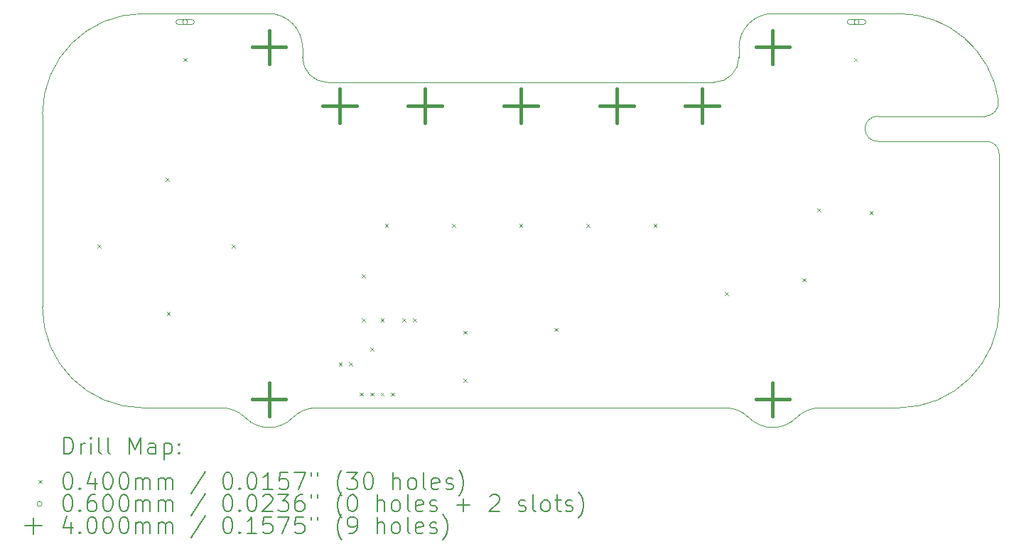
<source format=gbr>
%TF.GenerationSoftware,KiCad,Pcbnew,9.0.0*%
%TF.CreationDate,2025-06-19T17:56:10+01:00*%
%TF.ProjectId,solderbit-gamepad,736f6c64-6572-4626-9974-2d67616d6570,v0.7*%
%TF.SameCoordinates,Original*%
%TF.FileFunction,Drillmap*%
%TF.FilePolarity,Positive*%
%FSLAX45Y45*%
G04 Gerber Fmt 4.5, Leading zero omitted, Abs format (unit mm)*
G04 Created by KiCad (PCBNEW 9.0.0) date 2025-06-19 17:56:10*
%MOMM*%
%LPD*%
G01*
G04 APERTURE LIST*
%ADD10C,0.100000*%
%ADD11C,0.200000*%
%ADD12C,0.400000*%
G04 APERTURE END LIST*
D10*
X13426541Y-3656472D02*
X14928001Y-3656472D01*
X15976472Y-5180000D02*
G75*
G02*
X16126470Y-5330000I-2J-150000D01*
G01*
X6860899Y-8356472D02*
G75*
G02*
X7143741Y-8473629I1J-399998D01*
G01*
X12725000Y-4476472D02*
X8125000Y-4476472D01*
X13025069Y-4176470D02*
X13025069Y-4061472D01*
X16126472Y-5330000D02*
X16126472Y-7156472D01*
X16126472Y-7156472D02*
G75*
G02*
X14926472Y-8356472I-1200000J0D01*
G01*
X8125000Y-4476472D02*
G75*
G02*
X7825008Y-4176472I10J300002D01*
G01*
X7423536Y-3656472D02*
G75*
G02*
X7825004Y-4061472I-3546J-404998D01*
G01*
X13709427Y-8473629D02*
G75*
G02*
X13992269Y-8356468I282843J-282831D01*
G01*
X4726472Y-4856472D02*
X4726472Y-7156472D01*
X14928001Y-3656472D02*
G75*
G02*
X16116671Y-4691981I-1J-1199998D01*
G01*
X12860899Y-8356472D02*
G75*
G02*
X13143741Y-8473629I1J-399998D01*
G01*
X14676391Y-4880000D02*
X15955975Y-4879996D01*
X14676391Y-5180000D02*
G75*
G02*
X14676391Y-4880000I-1J150000D01*
G01*
X12860899Y-8356472D02*
X7993164Y-8356472D01*
X7825008Y-4176472D02*
X7825008Y-4061472D01*
X4726472Y-4856472D02*
G75*
G02*
X5926472Y-3656472I1200000J0D01*
G01*
X13993164Y-8356472D02*
X14926472Y-8356472D01*
X5926472Y-8356472D02*
X6860900Y-8356472D01*
X13025069Y-4061472D02*
G75*
G02*
X13426541Y-3656475I405011J2D01*
G01*
X5926472Y-8356472D02*
G75*
G02*
X4726472Y-7156472I0J1200000D01*
G01*
X16116531Y-4692000D02*
G75*
G02*
X15955975Y-4880283I-160551J-25690D01*
G01*
X7709427Y-8473629D02*
G75*
G02*
X7992269Y-8356471I282843J-282841D01*
G01*
X7709427Y-8473629D02*
G75*
G02*
X7143741Y-8473629I-282843J282843D01*
G01*
X13709427Y-8473629D02*
G75*
G02*
X13143741Y-8473629I-282843J282843D01*
G01*
X13025000Y-4176470D02*
G75*
G02*
X12725000Y-4476470I-300000J0D01*
G01*
X15976472Y-5180000D02*
X14676391Y-5180000D01*
X7423536Y-3656472D02*
X5926472Y-3656472D01*
D11*
D10*
X5381472Y-6411472D02*
X5421472Y-6451472D01*
X5421472Y-6411472D02*
X5381472Y-6451472D01*
X6193972Y-5611472D02*
X6233972Y-5651472D01*
X6233972Y-5611472D02*
X6193972Y-5651472D01*
X6206472Y-7211472D02*
X6246472Y-7251472D01*
X6246472Y-7211472D02*
X6206472Y-7251472D01*
X6406472Y-4186472D02*
X6446472Y-4226472D01*
X6446472Y-4186472D02*
X6406472Y-4226472D01*
X6981472Y-6411472D02*
X7021472Y-6451472D01*
X7021472Y-6411472D02*
X6981472Y-6451472D01*
X8256472Y-7811472D02*
X8296472Y-7851472D01*
X8296472Y-7811472D02*
X8256472Y-7851472D01*
X8381472Y-7811472D02*
X8421472Y-7851472D01*
X8421472Y-7811472D02*
X8381472Y-7851472D01*
X8506472Y-8173972D02*
X8546472Y-8213972D01*
X8546472Y-8173972D02*
X8506472Y-8213972D01*
X8531472Y-6761472D02*
X8571472Y-6801472D01*
X8571472Y-6761472D02*
X8531472Y-6801472D01*
X8531472Y-7286472D02*
X8571472Y-7326472D01*
X8571472Y-7286472D02*
X8531472Y-7326472D01*
X8631472Y-7636472D02*
X8671472Y-7676472D01*
X8671472Y-7636472D02*
X8631472Y-7676472D01*
X8631472Y-8173972D02*
X8671472Y-8213972D01*
X8671472Y-8173972D02*
X8631472Y-8213972D01*
X8756472Y-7286472D02*
X8796472Y-7326472D01*
X8796472Y-7286472D02*
X8756472Y-7326472D01*
X8756472Y-8173972D02*
X8796472Y-8213972D01*
X8796472Y-8173972D02*
X8756472Y-8213972D01*
X8806472Y-6161472D02*
X8846472Y-6201472D01*
X8846472Y-6161472D02*
X8806472Y-6201472D01*
X8881472Y-8173972D02*
X8921472Y-8213972D01*
X8921472Y-8173972D02*
X8881472Y-8213972D01*
X9013256Y-7286486D02*
X9053256Y-7326486D01*
X9053256Y-7286486D02*
X9013256Y-7326486D01*
X9143972Y-7286472D02*
X9183972Y-7326472D01*
X9183972Y-7286472D02*
X9143972Y-7326472D01*
X9606472Y-6161472D02*
X9646472Y-6201472D01*
X9646472Y-6161472D02*
X9606472Y-6201472D01*
X9743972Y-7436472D02*
X9783972Y-7476472D01*
X9783972Y-7436472D02*
X9743972Y-7476472D01*
X9743972Y-8011472D02*
X9783972Y-8051472D01*
X9783972Y-8011472D02*
X9743972Y-8051472D01*
X10406472Y-6161472D02*
X10446472Y-6201472D01*
X10446472Y-6161472D02*
X10406472Y-6201472D01*
X10823044Y-7403044D02*
X10863044Y-7443044D01*
X10863044Y-7403044D02*
X10823044Y-7443044D01*
X11206472Y-6161472D02*
X11246472Y-6201472D01*
X11246472Y-6161472D02*
X11206472Y-6201472D01*
X12006472Y-6161472D02*
X12046472Y-6201472D01*
X12046472Y-6161472D02*
X12006472Y-6201472D01*
X12856472Y-6973972D02*
X12896472Y-7013972D01*
X12896472Y-6973972D02*
X12856472Y-7013972D01*
X13781472Y-6811472D02*
X13821472Y-6851472D01*
X13821472Y-6811472D02*
X13781472Y-6851472D01*
X13956472Y-5973972D02*
X13996472Y-6013972D01*
X13996472Y-5973972D02*
X13956472Y-6013972D01*
X14393972Y-4186472D02*
X14433972Y-4226472D01*
X14433972Y-4186472D02*
X14393972Y-4226472D01*
X14581472Y-6011472D02*
X14621472Y-6051472D01*
X14621472Y-6011472D02*
X14581472Y-6051472D01*
X6456472Y-3756472D02*
G75*
G02*
X6396472Y-3756472I-30000J0D01*
G01*
X6396472Y-3756472D02*
G75*
G02*
X6456472Y-3756472I30000J0D01*
G01*
X6346472Y-3786472D02*
X6506472Y-3786472D01*
X6506472Y-3726472D02*
G75*
G02*
X6506472Y-3786472I0J-30000D01*
G01*
X6506472Y-3726472D02*
X6346472Y-3726472D01*
X6346472Y-3726472D02*
G75*
G03*
X6346472Y-3786472I0J-30000D01*
G01*
X14456472Y-3756472D02*
G75*
G02*
X14396472Y-3756472I-30000J0D01*
G01*
X14396472Y-3756472D02*
G75*
G02*
X14456472Y-3756472I30000J0D01*
G01*
X14346472Y-3786472D02*
X14506472Y-3786472D01*
X14506472Y-3726472D02*
G75*
G02*
X14506472Y-3786472I0J-30000D01*
G01*
X14506472Y-3726472D02*
X14346472Y-3726472D01*
X14346472Y-3726472D02*
G75*
G03*
X14346472Y-3786472I0J-30000D01*
G01*
D12*
X7426472Y-3856472D02*
X7426472Y-4256472D01*
X7226472Y-4056472D02*
X7626472Y-4056472D01*
X7426472Y-8056472D02*
X7426472Y-8456472D01*
X7226472Y-8256472D02*
X7626472Y-8256472D01*
X8267472Y-4556472D02*
X8267472Y-4956472D01*
X8067472Y-4756472D02*
X8467472Y-4756472D01*
X9283472Y-4556472D02*
X9283472Y-4956472D01*
X9083472Y-4756472D02*
X9483472Y-4756472D01*
X10426472Y-4556472D02*
X10426472Y-4956472D01*
X10226472Y-4756472D02*
X10626472Y-4756472D01*
X11569472Y-4556472D02*
X11569472Y-4956472D01*
X11369472Y-4756472D02*
X11769472Y-4756472D01*
X12585472Y-4556472D02*
X12585472Y-4956472D01*
X12385472Y-4756472D02*
X12785472Y-4756472D01*
X13426472Y-3856472D02*
X13426472Y-4256472D01*
X13226472Y-4056472D02*
X13626472Y-4056472D01*
X13426472Y-8056472D02*
X13426472Y-8456472D01*
X13226472Y-8256472D02*
X13626472Y-8256472D01*
D11*
X4982249Y-8907271D02*
X4982249Y-8707271D01*
X4982249Y-8707271D02*
X5029868Y-8707271D01*
X5029868Y-8707271D02*
X5058439Y-8716794D01*
X5058439Y-8716794D02*
X5077487Y-8735842D01*
X5077487Y-8735842D02*
X5087011Y-8754890D01*
X5087011Y-8754890D02*
X5096534Y-8792985D01*
X5096534Y-8792985D02*
X5096534Y-8821556D01*
X5096534Y-8821556D02*
X5087011Y-8859651D01*
X5087011Y-8859651D02*
X5077487Y-8878699D01*
X5077487Y-8878699D02*
X5058439Y-8897747D01*
X5058439Y-8897747D02*
X5029868Y-8907271D01*
X5029868Y-8907271D02*
X4982249Y-8907271D01*
X5182249Y-8907271D02*
X5182249Y-8773937D01*
X5182249Y-8812032D02*
X5191772Y-8792985D01*
X5191772Y-8792985D02*
X5201296Y-8783461D01*
X5201296Y-8783461D02*
X5220344Y-8773937D01*
X5220344Y-8773937D02*
X5239392Y-8773937D01*
X5306058Y-8907271D02*
X5306058Y-8773937D01*
X5306058Y-8707271D02*
X5296534Y-8716794D01*
X5296534Y-8716794D02*
X5306058Y-8726318D01*
X5306058Y-8726318D02*
X5315582Y-8716794D01*
X5315582Y-8716794D02*
X5306058Y-8707271D01*
X5306058Y-8707271D02*
X5306058Y-8726318D01*
X5429868Y-8907271D02*
X5410820Y-8897747D01*
X5410820Y-8897747D02*
X5401296Y-8878699D01*
X5401296Y-8878699D02*
X5401296Y-8707271D01*
X5534630Y-8907271D02*
X5515582Y-8897747D01*
X5515582Y-8897747D02*
X5506058Y-8878699D01*
X5506058Y-8878699D02*
X5506058Y-8707271D01*
X5763201Y-8907271D02*
X5763201Y-8707271D01*
X5763201Y-8707271D02*
X5829868Y-8850128D01*
X5829868Y-8850128D02*
X5896534Y-8707271D01*
X5896534Y-8707271D02*
X5896534Y-8907271D01*
X6077487Y-8907271D02*
X6077487Y-8802509D01*
X6077487Y-8802509D02*
X6067963Y-8783461D01*
X6067963Y-8783461D02*
X6048915Y-8773937D01*
X6048915Y-8773937D02*
X6010820Y-8773937D01*
X6010820Y-8773937D02*
X5991772Y-8783461D01*
X6077487Y-8897747D02*
X6058439Y-8907271D01*
X6058439Y-8907271D02*
X6010820Y-8907271D01*
X6010820Y-8907271D02*
X5991772Y-8897747D01*
X5991772Y-8897747D02*
X5982249Y-8878699D01*
X5982249Y-8878699D02*
X5982249Y-8859651D01*
X5982249Y-8859651D02*
X5991772Y-8840604D01*
X5991772Y-8840604D02*
X6010820Y-8831080D01*
X6010820Y-8831080D02*
X6058439Y-8831080D01*
X6058439Y-8831080D02*
X6077487Y-8821556D01*
X6172725Y-8773937D02*
X6172725Y-8973937D01*
X6172725Y-8783461D02*
X6191772Y-8773937D01*
X6191772Y-8773937D02*
X6229868Y-8773937D01*
X6229868Y-8773937D02*
X6248915Y-8783461D01*
X6248915Y-8783461D02*
X6258439Y-8792985D01*
X6258439Y-8792985D02*
X6267963Y-8812032D01*
X6267963Y-8812032D02*
X6267963Y-8869175D01*
X6267963Y-8869175D02*
X6258439Y-8888223D01*
X6258439Y-8888223D02*
X6248915Y-8897747D01*
X6248915Y-8897747D02*
X6229868Y-8907271D01*
X6229868Y-8907271D02*
X6191772Y-8907271D01*
X6191772Y-8907271D02*
X6172725Y-8897747D01*
X6353677Y-8888223D02*
X6363201Y-8897747D01*
X6363201Y-8897747D02*
X6353677Y-8907271D01*
X6353677Y-8907271D02*
X6344153Y-8897747D01*
X6344153Y-8897747D02*
X6353677Y-8888223D01*
X6353677Y-8888223D02*
X6353677Y-8907271D01*
X6353677Y-8783461D02*
X6363201Y-8792985D01*
X6363201Y-8792985D02*
X6353677Y-8802509D01*
X6353677Y-8802509D02*
X6344153Y-8792985D01*
X6344153Y-8792985D02*
X6353677Y-8783461D01*
X6353677Y-8783461D02*
X6353677Y-8802509D01*
D10*
X4681472Y-9215787D02*
X4721472Y-9255787D01*
X4721472Y-9215787D02*
X4681472Y-9255787D01*
D11*
X5020344Y-9127271D02*
X5039392Y-9127271D01*
X5039392Y-9127271D02*
X5058439Y-9136794D01*
X5058439Y-9136794D02*
X5067963Y-9146318D01*
X5067963Y-9146318D02*
X5077487Y-9165366D01*
X5077487Y-9165366D02*
X5087011Y-9203461D01*
X5087011Y-9203461D02*
X5087011Y-9251080D01*
X5087011Y-9251080D02*
X5077487Y-9289175D01*
X5077487Y-9289175D02*
X5067963Y-9308223D01*
X5067963Y-9308223D02*
X5058439Y-9317747D01*
X5058439Y-9317747D02*
X5039392Y-9327271D01*
X5039392Y-9327271D02*
X5020344Y-9327271D01*
X5020344Y-9327271D02*
X5001296Y-9317747D01*
X5001296Y-9317747D02*
X4991772Y-9308223D01*
X4991772Y-9308223D02*
X4982249Y-9289175D01*
X4982249Y-9289175D02*
X4972725Y-9251080D01*
X4972725Y-9251080D02*
X4972725Y-9203461D01*
X4972725Y-9203461D02*
X4982249Y-9165366D01*
X4982249Y-9165366D02*
X4991772Y-9146318D01*
X4991772Y-9146318D02*
X5001296Y-9136794D01*
X5001296Y-9136794D02*
X5020344Y-9127271D01*
X5172725Y-9308223D02*
X5182249Y-9317747D01*
X5182249Y-9317747D02*
X5172725Y-9327271D01*
X5172725Y-9327271D02*
X5163201Y-9317747D01*
X5163201Y-9317747D02*
X5172725Y-9308223D01*
X5172725Y-9308223D02*
X5172725Y-9327271D01*
X5353677Y-9193937D02*
X5353677Y-9327271D01*
X5306058Y-9117747D02*
X5258439Y-9260604D01*
X5258439Y-9260604D02*
X5382249Y-9260604D01*
X5496534Y-9127271D02*
X5515582Y-9127271D01*
X5515582Y-9127271D02*
X5534630Y-9136794D01*
X5534630Y-9136794D02*
X5544153Y-9146318D01*
X5544153Y-9146318D02*
X5553677Y-9165366D01*
X5553677Y-9165366D02*
X5563201Y-9203461D01*
X5563201Y-9203461D02*
X5563201Y-9251080D01*
X5563201Y-9251080D02*
X5553677Y-9289175D01*
X5553677Y-9289175D02*
X5544153Y-9308223D01*
X5544153Y-9308223D02*
X5534630Y-9317747D01*
X5534630Y-9317747D02*
X5515582Y-9327271D01*
X5515582Y-9327271D02*
X5496534Y-9327271D01*
X5496534Y-9327271D02*
X5477487Y-9317747D01*
X5477487Y-9317747D02*
X5467963Y-9308223D01*
X5467963Y-9308223D02*
X5458439Y-9289175D01*
X5458439Y-9289175D02*
X5448915Y-9251080D01*
X5448915Y-9251080D02*
X5448915Y-9203461D01*
X5448915Y-9203461D02*
X5458439Y-9165366D01*
X5458439Y-9165366D02*
X5467963Y-9146318D01*
X5467963Y-9146318D02*
X5477487Y-9136794D01*
X5477487Y-9136794D02*
X5496534Y-9127271D01*
X5687010Y-9127271D02*
X5706058Y-9127271D01*
X5706058Y-9127271D02*
X5725106Y-9136794D01*
X5725106Y-9136794D02*
X5734630Y-9146318D01*
X5734630Y-9146318D02*
X5744153Y-9165366D01*
X5744153Y-9165366D02*
X5753677Y-9203461D01*
X5753677Y-9203461D02*
X5753677Y-9251080D01*
X5753677Y-9251080D02*
X5744153Y-9289175D01*
X5744153Y-9289175D02*
X5734630Y-9308223D01*
X5734630Y-9308223D02*
X5725106Y-9317747D01*
X5725106Y-9317747D02*
X5706058Y-9327271D01*
X5706058Y-9327271D02*
X5687010Y-9327271D01*
X5687010Y-9327271D02*
X5667963Y-9317747D01*
X5667963Y-9317747D02*
X5658439Y-9308223D01*
X5658439Y-9308223D02*
X5648915Y-9289175D01*
X5648915Y-9289175D02*
X5639391Y-9251080D01*
X5639391Y-9251080D02*
X5639391Y-9203461D01*
X5639391Y-9203461D02*
X5648915Y-9165366D01*
X5648915Y-9165366D02*
X5658439Y-9146318D01*
X5658439Y-9146318D02*
X5667963Y-9136794D01*
X5667963Y-9136794D02*
X5687010Y-9127271D01*
X5839391Y-9327271D02*
X5839391Y-9193937D01*
X5839391Y-9212985D02*
X5848915Y-9203461D01*
X5848915Y-9203461D02*
X5867963Y-9193937D01*
X5867963Y-9193937D02*
X5896534Y-9193937D01*
X5896534Y-9193937D02*
X5915582Y-9203461D01*
X5915582Y-9203461D02*
X5925106Y-9222509D01*
X5925106Y-9222509D02*
X5925106Y-9327271D01*
X5925106Y-9222509D02*
X5934630Y-9203461D01*
X5934630Y-9203461D02*
X5953677Y-9193937D01*
X5953677Y-9193937D02*
X5982249Y-9193937D01*
X5982249Y-9193937D02*
X6001296Y-9203461D01*
X6001296Y-9203461D02*
X6010820Y-9222509D01*
X6010820Y-9222509D02*
X6010820Y-9327271D01*
X6106058Y-9327271D02*
X6106058Y-9193937D01*
X6106058Y-9212985D02*
X6115582Y-9203461D01*
X6115582Y-9203461D02*
X6134630Y-9193937D01*
X6134630Y-9193937D02*
X6163201Y-9193937D01*
X6163201Y-9193937D02*
X6182249Y-9203461D01*
X6182249Y-9203461D02*
X6191772Y-9222509D01*
X6191772Y-9222509D02*
X6191772Y-9327271D01*
X6191772Y-9222509D02*
X6201296Y-9203461D01*
X6201296Y-9203461D02*
X6220344Y-9193937D01*
X6220344Y-9193937D02*
X6248915Y-9193937D01*
X6248915Y-9193937D02*
X6267963Y-9203461D01*
X6267963Y-9203461D02*
X6277487Y-9222509D01*
X6277487Y-9222509D02*
X6277487Y-9327271D01*
X6667963Y-9117747D02*
X6496534Y-9374890D01*
X6925106Y-9127271D02*
X6944154Y-9127271D01*
X6944154Y-9127271D02*
X6963201Y-9136794D01*
X6963201Y-9136794D02*
X6972725Y-9146318D01*
X6972725Y-9146318D02*
X6982249Y-9165366D01*
X6982249Y-9165366D02*
X6991773Y-9203461D01*
X6991773Y-9203461D02*
X6991773Y-9251080D01*
X6991773Y-9251080D02*
X6982249Y-9289175D01*
X6982249Y-9289175D02*
X6972725Y-9308223D01*
X6972725Y-9308223D02*
X6963201Y-9317747D01*
X6963201Y-9317747D02*
X6944154Y-9327271D01*
X6944154Y-9327271D02*
X6925106Y-9327271D01*
X6925106Y-9327271D02*
X6906058Y-9317747D01*
X6906058Y-9317747D02*
X6896534Y-9308223D01*
X6896534Y-9308223D02*
X6887011Y-9289175D01*
X6887011Y-9289175D02*
X6877487Y-9251080D01*
X6877487Y-9251080D02*
X6877487Y-9203461D01*
X6877487Y-9203461D02*
X6887011Y-9165366D01*
X6887011Y-9165366D02*
X6896534Y-9146318D01*
X6896534Y-9146318D02*
X6906058Y-9136794D01*
X6906058Y-9136794D02*
X6925106Y-9127271D01*
X7077487Y-9308223D02*
X7087011Y-9317747D01*
X7087011Y-9317747D02*
X7077487Y-9327271D01*
X7077487Y-9327271D02*
X7067963Y-9317747D01*
X7067963Y-9317747D02*
X7077487Y-9308223D01*
X7077487Y-9308223D02*
X7077487Y-9327271D01*
X7210820Y-9127271D02*
X7229868Y-9127271D01*
X7229868Y-9127271D02*
X7248915Y-9136794D01*
X7248915Y-9136794D02*
X7258439Y-9146318D01*
X7258439Y-9146318D02*
X7267963Y-9165366D01*
X7267963Y-9165366D02*
X7277487Y-9203461D01*
X7277487Y-9203461D02*
X7277487Y-9251080D01*
X7277487Y-9251080D02*
X7267963Y-9289175D01*
X7267963Y-9289175D02*
X7258439Y-9308223D01*
X7258439Y-9308223D02*
X7248915Y-9317747D01*
X7248915Y-9317747D02*
X7229868Y-9327271D01*
X7229868Y-9327271D02*
X7210820Y-9327271D01*
X7210820Y-9327271D02*
X7191773Y-9317747D01*
X7191773Y-9317747D02*
X7182249Y-9308223D01*
X7182249Y-9308223D02*
X7172725Y-9289175D01*
X7172725Y-9289175D02*
X7163201Y-9251080D01*
X7163201Y-9251080D02*
X7163201Y-9203461D01*
X7163201Y-9203461D02*
X7172725Y-9165366D01*
X7172725Y-9165366D02*
X7182249Y-9146318D01*
X7182249Y-9146318D02*
X7191773Y-9136794D01*
X7191773Y-9136794D02*
X7210820Y-9127271D01*
X7467963Y-9327271D02*
X7353677Y-9327271D01*
X7410820Y-9327271D02*
X7410820Y-9127271D01*
X7410820Y-9127271D02*
X7391773Y-9155842D01*
X7391773Y-9155842D02*
X7372725Y-9174890D01*
X7372725Y-9174890D02*
X7353677Y-9184413D01*
X7648915Y-9127271D02*
X7553677Y-9127271D01*
X7553677Y-9127271D02*
X7544154Y-9222509D01*
X7544154Y-9222509D02*
X7553677Y-9212985D01*
X7553677Y-9212985D02*
X7572725Y-9203461D01*
X7572725Y-9203461D02*
X7620344Y-9203461D01*
X7620344Y-9203461D02*
X7639392Y-9212985D01*
X7639392Y-9212985D02*
X7648915Y-9222509D01*
X7648915Y-9222509D02*
X7658439Y-9241556D01*
X7658439Y-9241556D02*
X7658439Y-9289175D01*
X7658439Y-9289175D02*
X7648915Y-9308223D01*
X7648915Y-9308223D02*
X7639392Y-9317747D01*
X7639392Y-9317747D02*
X7620344Y-9327271D01*
X7620344Y-9327271D02*
X7572725Y-9327271D01*
X7572725Y-9327271D02*
X7553677Y-9317747D01*
X7553677Y-9317747D02*
X7544154Y-9308223D01*
X7725106Y-9127271D02*
X7858439Y-9127271D01*
X7858439Y-9127271D02*
X7772725Y-9327271D01*
X7925106Y-9127271D02*
X7925106Y-9165366D01*
X8001296Y-9127271D02*
X8001296Y-9165366D01*
X8296535Y-9403461D02*
X8287011Y-9393937D01*
X8287011Y-9393937D02*
X8267963Y-9365366D01*
X8267963Y-9365366D02*
X8258439Y-9346318D01*
X8258439Y-9346318D02*
X8248916Y-9317747D01*
X8248916Y-9317747D02*
X8239392Y-9270128D01*
X8239392Y-9270128D02*
X8239392Y-9232032D01*
X8239392Y-9232032D02*
X8248916Y-9184413D01*
X8248916Y-9184413D02*
X8258439Y-9155842D01*
X8258439Y-9155842D02*
X8267963Y-9136794D01*
X8267963Y-9136794D02*
X8287011Y-9108223D01*
X8287011Y-9108223D02*
X8296535Y-9098699D01*
X8353677Y-9127271D02*
X8477487Y-9127271D01*
X8477487Y-9127271D02*
X8410820Y-9203461D01*
X8410820Y-9203461D02*
X8439392Y-9203461D01*
X8439392Y-9203461D02*
X8458439Y-9212985D01*
X8458439Y-9212985D02*
X8467963Y-9222509D01*
X8467963Y-9222509D02*
X8477487Y-9241556D01*
X8477487Y-9241556D02*
X8477487Y-9289175D01*
X8477487Y-9289175D02*
X8467963Y-9308223D01*
X8467963Y-9308223D02*
X8458439Y-9317747D01*
X8458439Y-9317747D02*
X8439392Y-9327271D01*
X8439392Y-9327271D02*
X8382249Y-9327271D01*
X8382249Y-9327271D02*
X8363201Y-9317747D01*
X8363201Y-9317747D02*
X8353677Y-9308223D01*
X8601297Y-9127271D02*
X8620344Y-9127271D01*
X8620344Y-9127271D02*
X8639392Y-9136794D01*
X8639392Y-9136794D02*
X8648916Y-9146318D01*
X8648916Y-9146318D02*
X8658439Y-9165366D01*
X8658439Y-9165366D02*
X8667963Y-9203461D01*
X8667963Y-9203461D02*
X8667963Y-9251080D01*
X8667963Y-9251080D02*
X8658439Y-9289175D01*
X8658439Y-9289175D02*
X8648916Y-9308223D01*
X8648916Y-9308223D02*
X8639392Y-9317747D01*
X8639392Y-9317747D02*
X8620344Y-9327271D01*
X8620344Y-9327271D02*
X8601297Y-9327271D01*
X8601297Y-9327271D02*
X8582249Y-9317747D01*
X8582249Y-9317747D02*
X8572725Y-9308223D01*
X8572725Y-9308223D02*
X8563201Y-9289175D01*
X8563201Y-9289175D02*
X8553678Y-9251080D01*
X8553678Y-9251080D02*
X8553678Y-9203461D01*
X8553678Y-9203461D02*
X8563201Y-9165366D01*
X8563201Y-9165366D02*
X8572725Y-9146318D01*
X8572725Y-9146318D02*
X8582249Y-9136794D01*
X8582249Y-9136794D02*
X8601297Y-9127271D01*
X8906059Y-9327271D02*
X8906059Y-9127271D01*
X8991773Y-9327271D02*
X8991773Y-9222509D01*
X8991773Y-9222509D02*
X8982249Y-9203461D01*
X8982249Y-9203461D02*
X8963201Y-9193937D01*
X8963201Y-9193937D02*
X8934630Y-9193937D01*
X8934630Y-9193937D02*
X8915582Y-9203461D01*
X8915582Y-9203461D02*
X8906059Y-9212985D01*
X9115582Y-9327271D02*
X9096535Y-9317747D01*
X9096535Y-9317747D02*
X9087011Y-9308223D01*
X9087011Y-9308223D02*
X9077487Y-9289175D01*
X9077487Y-9289175D02*
X9077487Y-9232032D01*
X9077487Y-9232032D02*
X9087011Y-9212985D01*
X9087011Y-9212985D02*
X9096535Y-9203461D01*
X9096535Y-9203461D02*
X9115582Y-9193937D01*
X9115582Y-9193937D02*
X9144154Y-9193937D01*
X9144154Y-9193937D02*
X9163201Y-9203461D01*
X9163201Y-9203461D02*
X9172725Y-9212985D01*
X9172725Y-9212985D02*
X9182249Y-9232032D01*
X9182249Y-9232032D02*
X9182249Y-9289175D01*
X9182249Y-9289175D02*
X9172725Y-9308223D01*
X9172725Y-9308223D02*
X9163201Y-9317747D01*
X9163201Y-9317747D02*
X9144154Y-9327271D01*
X9144154Y-9327271D02*
X9115582Y-9327271D01*
X9296535Y-9327271D02*
X9277487Y-9317747D01*
X9277487Y-9317747D02*
X9267963Y-9298699D01*
X9267963Y-9298699D02*
X9267963Y-9127271D01*
X9448916Y-9317747D02*
X9429868Y-9327271D01*
X9429868Y-9327271D02*
X9391773Y-9327271D01*
X9391773Y-9327271D02*
X9372725Y-9317747D01*
X9372725Y-9317747D02*
X9363201Y-9298699D01*
X9363201Y-9298699D02*
X9363201Y-9222509D01*
X9363201Y-9222509D02*
X9372725Y-9203461D01*
X9372725Y-9203461D02*
X9391773Y-9193937D01*
X9391773Y-9193937D02*
X9429868Y-9193937D01*
X9429868Y-9193937D02*
X9448916Y-9203461D01*
X9448916Y-9203461D02*
X9458440Y-9222509D01*
X9458440Y-9222509D02*
X9458440Y-9241556D01*
X9458440Y-9241556D02*
X9363201Y-9260604D01*
X9534630Y-9317747D02*
X9553678Y-9327271D01*
X9553678Y-9327271D02*
X9591773Y-9327271D01*
X9591773Y-9327271D02*
X9610821Y-9317747D01*
X9610821Y-9317747D02*
X9620344Y-9298699D01*
X9620344Y-9298699D02*
X9620344Y-9289175D01*
X9620344Y-9289175D02*
X9610821Y-9270128D01*
X9610821Y-9270128D02*
X9591773Y-9260604D01*
X9591773Y-9260604D02*
X9563201Y-9260604D01*
X9563201Y-9260604D02*
X9544154Y-9251080D01*
X9544154Y-9251080D02*
X9534630Y-9232032D01*
X9534630Y-9232032D02*
X9534630Y-9222509D01*
X9534630Y-9222509D02*
X9544154Y-9203461D01*
X9544154Y-9203461D02*
X9563201Y-9193937D01*
X9563201Y-9193937D02*
X9591773Y-9193937D01*
X9591773Y-9193937D02*
X9610821Y-9203461D01*
X9687011Y-9403461D02*
X9696535Y-9393937D01*
X9696535Y-9393937D02*
X9715582Y-9365366D01*
X9715582Y-9365366D02*
X9725106Y-9346318D01*
X9725106Y-9346318D02*
X9734630Y-9317747D01*
X9734630Y-9317747D02*
X9744154Y-9270128D01*
X9744154Y-9270128D02*
X9744154Y-9232032D01*
X9744154Y-9232032D02*
X9734630Y-9184413D01*
X9734630Y-9184413D02*
X9725106Y-9155842D01*
X9725106Y-9155842D02*
X9715582Y-9136794D01*
X9715582Y-9136794D02*
X9696535Y-9108223D01*
X9696535Y-9108223D02*
X9687011Y-9098699D01*
D10*
X4721472Y-9499787D02*
G75*
G02*
X4661472Y-9499787I-30000J0D01*
G01*
X4661472Y-9499787D02*
G75*
G02*
X4721472Y-9499787I30000J0D01*
G01*
D11*
X5020344Y-9391271D02*
X5039392Y-9391271D01*
X5039392Y-9391271D02*
X5058439Y-9400794D01*
X5058439Y-9400794D02*
X5067963Y-9410318D01*
X5067963Y-9410318D02*
X5077487Y-9429366D01*
X5077487Y-9429366D02*
X5087011Y-9467461D01*
X5087011Y-9467461D02*
X5087011Y-9515080D01*
X5087011Y-9515080D02*
X5077487Y-9553175D01*
X5077487Y-9553175D02*
X5067963Y-9572223D01*
X5067963Y-9572223D02*
X5058439Y-9581747D01*
X5058439Y-9581747D02*
X5039392Y-9591271D01*
X5039392Y-9591271D02*
X5020344Y-9591271D01*
X5020344Y-9591271D02*
X5001296Y-9581747D01*
X5001296Y-9581747D02*
X4991772Y-9572223D01*
X4991772Y-9572223D02*
X4982249Y-9553175D01*
X4982249Y-9553175D02*
X4972725Y-9515080D01*
X4972725Y-9515080D02*
X4972725Y-9467461D01*
X4972725Y-9467461D02*
X4982249Y-9429366D01*
X4982249Y-9429366D02*
X4991772Y-9410318D01*
X4991772Y-9410318D02*
X5001296Y-9400794D01*
X5001296Y-9400794D02*
X5020344Y-9391271D01*
X5172725Y-9572223D02*
X5182249Y-9581747D01*
X5182249Y-9581747D02*
X5172725Y-9591271D01*
X5172725Y-9591271D02*
X5163201Y-9581747D01*
X5163201Y-9581747D02*
X5172725Y-9572223D01*
X5172725Y-9572223D02*
X5172725Y-9591271D01*
X5353677Y-9391271D02*
X5315582Y-9391271D01*
X5315582Y-9391271D02*
X5296534Y-9400794D01*
X5296534Y-9400794D02*
X5287011Y-9410318D01*
X5287011Y-9410318D02*
X5267963Y-9438890D01*
X5267963Y-9438890D02*
X5258439Y-9476985D01*
X5258439Y-9476985D02*
X5258439Y-9553175D01*
X5258439Y-9553175D02*
X5267963Y-9572223D01*
X5267963Y-9572223D02*
X5277487Y-9581747D01*
X5277487Y-9581747D02*
X5296534Y-9591271D01*
X5296534Y-9591271D02*
X5334630Y-9591271D01*
X5334630Y-9591271D02*
X5353677Y-9581747D01*
X5353677Y-9581747D02*
X5363201Y-9572223D01*
X5363201Y-9572223D02*
X5372725Y-9553175D01*
X5372725Y-9553175D02*
X5372725Y-9505556D01*
X5372725Y-9505556D02*
X5363201Y-9486509D01*
X5363201Y-9486509D02*
X5353677Y-9476985D01*
X5353677Y-9476985D02*
X5334630Y-9467461D01*
X5334630Y-9467461D02*
X5296534Y-9467461D01*
X5296534Y-9467461D02*
X5277487Y-9476985D01*
X5277487Y-9476985D02*
X5267963Y-9486509D01*
X5267963Y-9486509D02*
X5258439Y-9505556D01*
X5496534Y-9391271D02*
X5515582Y-9391271D01*
X5515582Y-9391271D02*
X5534630Y-9400794D01*
X5534630Y-9400794D02*
X5544153Y-9410318D01*
X5544153Y-9410318D02*
X5553677Y-9429366D01*
X5553677Y-9429366D02*
X5563201Y-9467461D01*
X5563201Y-9467461D02*
X5563201Y-9515080D01*
X5563201Y-9515080D02*
X5553677Y-9553175D01*
X5553677Y-9553175D02*
X5544153Y-9572223D01*
X5544153Y-9572223D02*
X5534630Y-9581747D01*
X5534630Y-9581747D02*
X5515582Y-9591271D01*
X5515582Y-9591271D02*
X5496534Y-9591271D01*
X5496534Y-9591271D02*
X5477487Y-9581747D01*
X5477487Y-9581747D02*
X5467963Y-9572223D01*
X5467963Y-9572223D02*
X5458439Y-9553175D01*
X5458439Y-9553175D02*
X5448915Y-9515080D01*
X5448915Y-9515080D02*
X5448915Y-9467461D01*
X5448915Y-9467461D02*
X5458439Y-9429366D01*
X5458439Y-9429366D02*
X5467963Y-9410318D01*
X5467963Y-9410318D02*
X5477487Y-9400794D01*
X5477487Y-9400794D02*
X5496534Y-9391271D01*
X5687010Y-9391271D02*
X5706058Y-9391271D01*
X5706058Y-9391271D02*
X5725106Y-9400794D01*
X5725106Y-9400794D02*
X5734630Y-9410318D01*
X5734630Y-9410318D02*
X5744153Y-9429366D01*
X5744153Y-9429366D02*
X5753677Y-9467461D01*
X5753677Y-9467461D02*
X5753677Y-9515080D01*
X5753677Y-9515080D02*
X5744153Y-9553175D01*
X5744153Y-9553175D02*
X5734630Y-9572223D01*
X5734630Y-9572223D02*
X5725106Y-9581747D01*
X5725106Y-9581747D02*
X5706058Y-9591271D01*
X5706058Y-9591271D02*
X5687010Y-9591271D01*
X5687010Y-9591271D02*
X5667963Y-9581747D01*
X5667963Y-9581747D02*
X5658439Y-9572223D01*
X5658439Y-9572223D02*
X5648915Y-9553175D01*
X5648915Y-9553175D02*
X5639391Y-9515080D01*
X5639391Y-9515080D02*
X5639391Y-9467461D01*
X5639391Y-9467461D02*
X5648915Y-9429366D01*
X5648915Y-9429366D02*
X5658439Y-9410318D01*
X5658439Y-9410318D02*
X5667963Y-9400794D01*
X5667963Y-9400794D02*
X5687010Y-9391271D01*
X5839391Y-9591271D02*
X5839391Y-9457937D01*
X5839391Y-9476985D02*
X5848915Y-9467461D01*
X5848915Y-9467461D02*
X5867963Y-9457937D01*
X5867963Y-9457937D02*
X5896534Y-9457937D01*
X5896534Y-9457937D02*
X5915582Y-9467461D01*
X5915582Y-9467461D02*
X5925106Y-9486509D01*
X5925106Y-9486509D02*
X5925106Y-9591271D01*
X5925106Y-9486509D02*
X5934630Y-9467461D01*
X5934630Y-9467461D02*
X5953677Y-9457937D01*
X5953677Y-9457937D02*
X5982249Y-9457937D01*
X5982249Y-9457937D02*
X6001296Y-9467461D01*
X6001296Y-9467461D02*
X6010820Y-9486509D01*
X6010820Y-9486509D02*
X6010820Y-9591271D01*
X6106058Y-9591271D02*
X6106058Y-9457937D01*
X6106058Y-9476985D02*
X6115582Y-9467461D01*
X6115582Y-9467461D02*
X6134630Y-9457937D01*
X6134630Y-9457937D02*
X6163201Y-9457937D01*
X6163201Y-9457937D02*
X6182249Y-9467461D01*
X6182249Y-9467461D02*
X6191772Y-9486509D01*
X6191772Y-9486509D02*
X6191772Y-9591271D01*
X6191772Y-9486509D02*
X6201296Y-9467461D01*
X6201296Y-9467461D02*
X6220344Y-9457937D01*
X6220344Y-9457937D02*
X6248915Y-9457937D01*
X6248915Y-9457937D02*
X6267963Y-9467461D01*
X6267963Y-9467461D02*
X6277487Y-9486509D01*
X6277487Y-9486509D02*
X6277487Y-9591271D01*
X6667963Y-9381747D02*
X6496534Y-9638890D01*
X6925106Y-9391271D02*
X6944154Y-9391271D01*
X6944154Y-9391271D02*
X6963201Y-9400794D01*
X6963201Y-9400794D02*
X6972725Y-9410318D01*
X6972725Y-9410318D02*
X6982249Y-9429366D01*
X6982249Y-9429366D02*
X6991773Y-9467461D01*
X6991773Y-9467461D02*
X6991773Y-9515080D01*
X6991773Y-9515080D02*
X6982249Y-9553175D01*
X6982249Y-9553175D02*
X6972725Y-9572223D01*
X6972725Y-9572223D02*
X6963201Y-9581747D01*
X6963201Y-9581747D02*
X6944154Y-9591271D01*
X6944154Y-9591271D02*
X6925106Y-9591271D01*
X6925106Y-9591271D02*
X6906058Y-9581747D01*
X6906058Y-9581747D02*
X6896534Y-9572223D01*
X6896534Y-9572223D02*
X6887011Y-9553175D01*
X6887011Y-9553175D02*
X6877487Y-9515080D01*
X6877487Y-9515080D02*
X6877487Y-9467461D01*
X6877487Y-9467461D02*
X6887011Y-9429366D01*
X6887011Y-9429366D02*
X6896534Y-9410318D01*
X6896534Y-9410318D02*
X6906058Y-9400794D01*
X6906058Y-9400794D02*
X6925106Y-9391271D01*
X7077487Y-9572223D02*
X7087011Y-9581747D01*
X7087011Y-9581747D02*
X7077487Y-9591271D01*
X7077487Y-9591271D02*
X7067963Y-9581747D01*
X7067963Y-9581747D02*
X7077487Y-9572223D01*
X7077487Y-9572223D02*
X7077487Y-9591271D01*
X7210820Y-9391271D02*
X7229868Y-9391271D01*
X7229868Y-9391271D02*
X7248915Y-9400794D01*
X7248915Y-9400794D02*
X7258439Y-9410318D01*
X7258439Y-9410318D02*
X7267963Y-9429366D01*
X7267963Y-9429366D02*
X7277487Y-9467461D01*
X7277487Y-9467461D02*
X7277487Y-9515080D01*
X7277487Y-9515080D02*
X7267963Y-9553175D01*
X7267963Y-9553175D02*
X7258439Y-9572223D01*
X7258439Y-9572223D02*
X7248915Y-9581747D01*
X7248915Y-9581747D02*
X7229868Y-9591271D01*
X7229868Y-9591271D02*
X7210820Y-9591271D01*
X7210820Y-9591271D02*
X7191773Y-9581747D01*
X7191773Y-9581747D02*
X7182249Y-9572223D01*
X7182249Y-9572223D02*
X7172725Y-9553175D01*
X7172725Y-9553175D02*
X7163201Y-9515080D01*
X7163201Y-9515080D02*
X7163201Y-9467461D01*
X7163201Y-9467461D02*
X7172725Y-9429366D01*
X7172725Y-9429366D02*
X7182249Y-9410318D01*
X7182249Y-9410318D02*
X7191773Y-9400794D01*
X7191773Y-9400794D02*
X7210820Y-9391271D01*
X7353677Y-9410318D02*
X7363201Y-9400794D01*
X7363201Y-9400794D02*
X7382249Y-9391271D01*
X7382249Y-9391271D02*
X7429868Y-9391271D01*
X7429868Y-9391271D02*
X7448915Y-9400794D01*
X7448915Y-9400794D02*
X7458439Y-9410318D01*
X7458439Y-9410318D02*
X7467963Y-9429366D01*
X7467963Y-9429366D02*
X7467963Y-9448413D01*
X7467963Y-9448413D02*
X7458439Y-9476985D01*
X7458439Y-9476985D02*
X7344154Y-9591271D01*
X7344154Y-9591271D02*
X7467963Y-9591271D01*
X7534630Y-9391271D02*
X7658439Y-9391271D01*
X7658439Y-9391271D02*
X7591773Y-9467461D01*
X7591773Y-9467461D02*
X7620344Y-9467461D01*
X7620344Y-9467461D02*
X7639392Y-9476985D01*
X7639392Y-9476985D02*
X7648915Y-9486509D01*
X7648915Y-9486509D02*
X7658439Y-9505556D01*
X7658439Y-9505556D02*
X7658439Y-9553175D01*
X7658439Y-9553175D02*
X7648915Y-9572223D01*
X7648915Y-9572223D02*
X7639392Y-9581747D01*
X7639392Y-9581747D02*
X7620344Y-9591271D01*
X7620344Y-9591271D02*
X7563201Y-9591271D01*
X7563201Y-9591271D02*
X7544154Y-9581747D01*
X7544154Y-9581747D02*
X7534630Y-9572223D01*
X7829868Y-9391271D02*
X7791773Y-9391271D01*
X7791773Y-9391271D02*
X7772725Y-9400794D01*
X7772725Y-9400794D02*
X7763201Y-9410318D01*
X7763201Y-9410318D02*
X7744154Y-9438890D01*
X7744154Y-9438890D02*
X7734630Y-9476985D01*
X7734630Y-9476985D02*
X7734630Y-9553175D01*
X7734630Y-9553175D02*
X7744154Y-9572223D01*
X7744154Y-9572223D02*
X7753677Y-9581747D01*
X7753677Y-9581747D02*
X7772725Y-9591271D01*
X7772725Y-9591271D02*
X7810820Y-9591271D01*
X7810820Y-9591271D02*
X7829868Y-9581747D01*
X7829868Y-9581747D02*
X7839392Y-9572223D01*
X7839392Y-9572223D02*
X7848915Y-9553175D01*
X7848915Y-9553175D02*
X7848915Y-9505556D01*
X7848915Y-9505556D02*
X7839392Y-9486509D01*
X7839392Y-9486509D02*
X7829868Y-9476985D01*
X7829868Y-9476985D02*
X7810820Y-9467461D01*
X7810820Y-9467461D02*
X7772725Y-9467461D01*
X7772725Y-9467461D02*
X7753677Y-9476985D01*
X7753677Y-9476985D02*
X7744154Y-9486509D01*
X7744154Y-9486509D02*
X7734630Y-9505556D01*
X7925106Y-9391271D02*
X7925106Y-9429366D01*
X8001296Y-9391271D02*
X8001296Y-9429366D01*
X8296535Y-9667461D02*
X8287011Y-9657937D01*
X8287011Y-9657937D02*
X8267963Y-9629366D01*
X8267963Y-9629366D02*
X8258439Y-9610318D01*
X8258439Y-9610318D02*
X8248916Y-9581747D01*
X8248916Y-9581747D02*
X8239392Y-9534128D01*
X8239392Y-9534128D02*
X8239392Y-9496032D01*
X8239392Y-9496032D02*
X8248916Y-9448413D01*
X8248916Y-9448413D02*
X8258439Y-9419842D01*
X8258439Y-9419842D02*
X8267963Y-9400794D01*
X8267963Y-9400794D02*
X8287011Y-9372223D01*
X8287011Y-9372223D02*
X8296535Y-9362699D01*
X8410820Y-9391271D02*
X8429868Y-9391271D01*
X8429868Y-9391271D02*
X8448916Y-9400794D01*
X8448916Y-9400794D02*
X8458439Y-9410318D01*
X8458439Y-9410318D02*
X8467963Y-9429366D01*
X8467963Y-9429366D02*
X8477487Y-9467461D01*
X8477487Y-9467461D02*
X8477487Y-9515080D01*
X8477487Y-9515080D02*
X8467963Y-9553175D01*
X8467963Y-9553175D02*
X8458439Y-9572223D01*
X8458439Y-9572223D02*
X8448916Y-9581747D01*
X8448916Y-9581747D02*
X8429868Y-9591271D01*
X8429868Y-9591271D02*
X8410820Y-9591271D01*
X8410820Y-9591271D02*
X8391773Y-9581747D01*
X8391773Y-9581747D02*
X8382249Y-9572223D01*
X8382249Y-9572223D02*
X8372725Y-9553175D01*
X8372725Y-9553175D02*
X8363201Y-9515080D01*
X8363201Y-9515080D02*
X8363201Y-9467461D01*
X8363201Y-9467461D02*
X8372725Y-9429366D01*
X8372725Y-9429366D02*
X8382249Y-9410318D01*
X8382249Y-9410318D02*
X8391773Y-9400794D01*
X8391773Y-9400794D02*
X8410820Y-9391271D01*
X8715582Y-9591271D02*
X8715582Y-9391271D01*
X8801297Y-9591271D02*
X8801297Y-9486509D01*
X8801297Y-9486509D02*
X8791773Y-9467461D01*
X8791773Y-9467461D02*
X8772725Y-9457937D01*
X8772725Y-9457937D02*
X8744154Y-9457937D01*
X8744154Y-9457937D02*
X8725106Y-9467461D01*
X8725106Y-9467461D02*
X8715582Y-9476985D01*
X8925106Y-9591271D02*
X8906059Y-9581747D01*
X8906059Y-9581747D02*
X8896535Y-9572223D01*
X8896535Y-9572223D02*
X8887011Y-9553175D01*
X8887011Y-9553175D02*
X8887011Y-9496032D01*
X8887011Y-9496032D02*
X8896535Y-9476985D01*
X8896535Y-9476985D02*
X8906059Y-9467461D01*
X8906059Y-9467461D02*
X8925106Y-9457937D01*
X8925106Y-9457937D02*
X8953678Y-9457937D01*
X8953678Y-9457937D02*
X8972725Y-9467461D01*
X8972725Y-9467461D02*
X8982249Y-9476985D01*
X8982249Y-9476985D02*
X8991773Y-9496032D01*
X8991773Y-9496032D02*
X8991773Y-9553175D01*
X8991773Y-9553175D02*
X8982249Y-9572223D01*
X8982249Y-9572223D02*
X8972725Y-9581747D01*
X8972725Y-9581747D02*
X8953678Y-9591271D01*
X8953678Y-9591271D02*
X8925106Y-9591271D01*
X9106059Y-9591271D02*
X9087011Y-9581747D01*
X9087011Y-9581747D02*
X9077487Y-9562699D01*
X9077487Y-9562699D02*
X9077487Y-9391271D01*
X9258440Y-9581747D02*
X9239392Y-9591271D01*
X9239392Y-9591271D02*
X9201297Y-9591271D01*
X9201297Y-9591271D02*
X9182249Y-9581747D01*
X9182249Y-9581747D02*
X9172725Y-9562699D01*
X9172725Y-9562699D02*
X9172725Y-9486509D01*
X9172725Y-9486509D02*
X9182249Y-9467461D01*
X9182249Y-9467461D02*
X9201297Y-9457937D01*
X9201297Y-9457937D02*
X9239392Y-9457937D01*
X9239392Y-9457937D02*
X9258440Y-9467461D01*
X9258440Y-9467461D02*
X9267963Y-9486509D01*
X9267963Y-9486509D02*
X9267963Y-9505556D01*
X9267963Y-9505556D02*
X9172725Y-9524604D01*
X9344154Y-9581747D02*
X9363201Y-9591271D01*
X9363201Y-9591271D02*
X9401297Y-9591271D01*
X9401297Y-9591271D02*
X9420344Y-9581747D01*
X9420344Y-9581747D02*
X9429868Y-9562699D01*
X9429868Y-9562699D02*
X9429868Y-9553175D01*
X9429868Y-9553175D02*
X9420344Y-9534128D01*
X9420344Y-9534128D02*
X9401297Y-9524604D01*
X9401297Y-9524604D02*
X9372725Y-9524604D01*
X9372725Y-9524604D02*
X9353678Y-9515080D01*
X9353678Y-9515080D02*
X9344154Y-9496032D01*
X9344154Y-9496032D02*
X9344154Y-9486509D01*
X9344154Y-9486509D02*
X9353678Y-9467461D01*
X9353678Y-9467461D02*
X9372725Y-9457937D01*
X9372725Y-9457937D02*
X9401297Y-9457937D01*
X9401297Y-9457937D02*
X9420344Y-9467461D01*
X9667963Y-9515080D02*
X9820344Y-9515080D01*
X9744154Y-9591271D02*
X9744154Y-9438890D01*
X10058440Y-9410318D02*
X10067963Y-9400794D01*
X10067963Y-9400794D02*
X10087011Y-9391271D01*
X10087011Y-9391271D02*
X10134630Y-9391271D01*
X10134630Y-9391271D02*
X10153678Y-9400794D01*
X10153678Y-9400794D02*
X10163202Y-9410318D01*
X10163202Y-9410318D02*
X10172725Y-9429366D01*
X10172725Y-9429366D02*
X10172725Y-9448413D01*
X10172725Y-9448413D02*
X10163202Y-9476985D01*
X10163202Y-9476985D02*
X10048916Y-9591271D01*
X10048916Y-9591271D02*
X10172725Y-9591271D01*
X10401297Y-9581747D02*
X10420344Y-9591271D01*
X10420344Y-9591271D02*
X10458440Y-9591271D01*
X10458440Y-9591271D02*
X10477487Y-9581747D01*
X10477487Y-9581747D02*
X10487011Y-9562699D01*
X10487011Y-9562699D02*
X10487011Y-9553175D01*
X10487011Y-9553175D02*
X10477487Y-9534128D01*
X10477487Y-9534128D02*
X10458440Y-9524604D01*
X10458440Y-9524604D02*
X10429868Y-9524604D01*
X10429868Y-9524604D02*
X10410821Y-9515080D01*
X10410821Y-9515080D02*
X10401297Y-9496032D01*
X10401297Y-9496032D02*
X10401297Y-9486509D01*
X10401297Y-9486509D02*
X10410821Y-9467461D01*
X10410821Y-9467461D02*
X10429868Y-9457937D01*
X10429868Y-9457937D02*
X10458440Y-9457937D01*
X10458440Y-9457937D02*
X10477487Y-9467461D01*
X10601297Y-9591271D02*
X10582249Y-9581747D01*
X10582249Y-9581747D02*
X10572725Y-9562699D01*
X10572725Y-9562699D02*
X10572725Y-9391271D01*
X10706059Y-9591271D02*
X10687011Y-9581747D01*
X10687011Y-9581747D02*
X10677487Y-9572223D01*
X10677487Y-9572223D02*
X10667964Y-9553175D01*
X10667964Y-9553175D02*
X10667964Y-9496032D01*
X10667964Y-9496032D02*
X10677487Y-9476985D01*
X10677487Y-9476985D02*
X10687011Y-9467461D01*
X10687011Y-9467461D02*
X10706059Y-9457937D01*
X10706059Y-9457937D02*
X10734630Y-9457937D01*
X10734630Y-9457937D02*
X10753678Y-9467461D01*
X10753678Y-9467461D02*
X10763202Y-9476985D01*
X10763202Y-9476985D02*
X10772725Y-9496032D01*
X10772725Y-9496032D02*
X10772725Y-9553175D01*
X10772725Y-9553175D02*
X10763202Y-9572223D01*
X10763202Y-9572223D02*
X10753678Y-9581747D01*
X10753678Y-9581747D02*
X10734630Y-9591271D01*
X10734630Y-9591271D02*
X10706059Y-9591271D01*
X10829868Y-9457937D02*
X10906059Y-9457937D01*
X10858440Y-9391271D02*
X10858440Y-9562699D01*
X10858440Y-9562699D02*
X10867964Y-9581747D01*
X10867964Y-9581747D02*
X10887011Y-9591271D01*
X10887011Y-9591271D02*
X10906059Y-9591271D01*
X10963202Y-9581747D02*
X10982249Y-9591271D01*
X10982249Y-9591271D02*
X11020344Y-9591271D01*
X11020344Y-9591271D02*
X11039392Y-9581747D01*
X11039392Y-9581747D02*
X11048916Y-9562699D01*
X11048916Y-9562699D02*
X11048916Y-9553175D01*
X11048916Y-9553175D02*
X11039392Y-9534128D01*
X11039392Y-9534128D02*
X11020344Y-9524604D01*
X11020344Y-9524604D02*
X10991773Y-9524604D01*
X10991773Y-9524604D02*
X10972725Y-9515080D01*
X10972725Y-9515080D02*
X10963202Y-9496032D01*
X10963202Y-9496032D02*
X10963202Y-9486509D01*
X10963202Y-9486509D02*
X10972725Y-9467461D01*
X10972725Y-9467461D02*
X10991773Y-9457937D01*
X10991773Y-9457937D02*
X11020344Y-9457937D01*
X11020344Y-9457937D02*
X11039392Y-9467461D01*
X11115583Y-9667461D02*
X11125106Y-9657937D01*
X11125106Y-9657937D02*
X11144154Y-9629366D01*
X11144154Y-9629366D02*
X11153678Y-9610318D01*
X11153678Y-9610318D02*
X11163202Y-9581747D01*
X11163202Y-9581747D02*
X11172725Y-9534128D01*
X11172725Y-9534128D02*
X11172725Y-9496032D01*
X11172725Y-9496032D02*
X11163202Y-9448413D01*
X11163202Y-9448413D02*
X11153678Y-9419842D01*
X11153678Y-9419842D02*
X11144154Y-9400794D01*
X11144154Y-9400794D02*
X11125106Y-9372223D01*
X11125106Y-9372223D02*
X11115583Y-9362699D01*
X4621472Y-9663787D02*
X4621472Y-9863787D01*
X4521472Y-9763787D02*
X4721472Y-9763787D01*
X5067963Y-9721937D02*
X5067963Y-9855271D01*
X5020344Y-9645747D02*
X4972725Y-9788604D01*
X4972725Y-9788604D02*
X5096534Y-9788604D01*
X5172725Y-9836223D02*
X5182249Y-9845747D01*
X5182249Y-9845747D02*
X5172725Y-9855271D01*
X5172725Y-9855271D02*
X5163201Y-9845747D01*
X5163201Y-9845747D02*
X5172725Y-9836223D01*
X5172725Y-9836223D02*
X5172725Y-9855271D01*
X5306058Y-9655271D02*
X5325106Y-9655271D01*
X5325106Y-9655271D02*
X5344153Y-9664794D01*
X5344153Y-9664794D02*
X5353677Y-9674318D01*
X5353677Y-9674318D02*
X5363201Y-9693366D01*
X5363201Y-9693366D02*
X5372725Y-9731461D01*
X5372725Y-9731461D02*
X5372725Y-9779080D01*
X5372725Y-9779080D02*
X5363201Y-9817175D01*
X5363201Y-9817175D02*
X5353677Y-9836223D01*
X5353677Y-9836223D02*
X5344153Y-9845747D01*
X5344153Y-9845747D02*
X5325106Y-9855271D01*
X5325106Y-9855271D02*
X5306058Y-9855271D01*
X5306058Y-9855271D02*
X5287011Y-9845747D01*
X5287011Y-9845747D02*
X5277487Y-9836223D01*
X5277487Y-9836223D02*
X5267963Y-9817175D01*
X5267963Y-9817175D02*
X5258439Y-9779080D01*
X5258439Y-9779080D02*
X5258439Y-9731461D01*
X5258439Y-9731461D02*
X5267963Y-9693366D01*
X5267963Y-9693366D02*
X5277487Y-9674318D01*
X5277487Y-9674318D02*
X5287011Y-9664794D01*
X5287011Y-9664794D02*
X5306058Y-9655271D01*
X5496534Y-9655271D02*
X5515582Y-9655271D01*
X5515582Y-9655271D02*
X5534630Y-9664794D01*
X5534630Y-9664794D02*
X5544153Y-9674318D01*
X5544153Y-9674318D02*
X5553677Y-9693366D01*
X5553677Y-9693366D02*
X5563201Y-9731461D01*
X5563201Y-9731461D02*
X5563201Y-9779080D01*
X5563201Y-9779080D02*
X5553677Y-9817175D01*
X5553677Y-9817175D02*
X5544153Y-9836223D01*
X5544153Y-9836223D02*
X5534630Y-9845747D01*
X5534630Y-9845747D02*
X5515582Y-9855271D01*
X5515582Y-9855271D02*
X5496534Y-9855271D01*
X5496534Y-9855271D02*
X5477487Y-9845747D01*
X5477487Y-9845747D02*
X5467963Y-9836223D01*
X5467963Y-9836223D02*
X5458439Y-9817175D01*
X5458439Y-9817175D02*
X5448915Y-9779080D01*
X5448915Y-9779080D02*
X5448915Y-9731461D01*
X5448915Y-9731461D02*
X5458439Y-9693366D01*
X5458439Y-9693366D02*
X5467963Y-9674318D01*
X5467963Y-9674318D02*
X5477487Y-9664794D01*
X5477487Y-9664794D02*
X5496534Y-9655271D01*
X5687010Y-9655271D02*
X5706058Y-9655271D01*
X5706058Y-9655271D02*
X5725106Y-9664794D01*
X5725106Y-9664794D02*
X5734630Y-9674318D01*
X5734630Y-9674318D02*
X5744153Y-9693366D01*
X5744153Y-9693366D02*
X5753677Y-9731461D01*
X5753677Y-9731461D02*
X5753677Y-9779080D01*
X5753677Y-9779080D02*
X5744153Y-9817175D01*
X5744153Y-9817175D02*
X5734630Y-9836223D01*
X5734630Y-9836223D02*
X5725106Y-9845747D01*
X5725106Y-9845747D02*
X5706058Y-9855271D01*
X5706058Y-9855271D02*
X5687010Y-9855271D01*
X5687010Y-9855271D02*
X5667963Y-9845747D01*
X5667963Y-9845747D02*
X5658439Y-9836223D01*
X5658439Y-9836223D02*
X5648915Y-9817175D01*
X5648915Y-9817175D02*
X5639391Y-9779080D01*
X5639391Y-9779080D02*
X5639391Y-9731461D01*
X5639391Y-9731461D02*
X5648915Y-9693366D01*
X5648915Y-9693366D02*
X5658439Y-9674318D01*
X5658439Y-9674318D02*
X5667963Y-9664794D01*
X5667963Y-9664794D02*
X5687010Y-9655271D01*
X5839391Y-9855271D02*
X5839391Y-9721937D01*
X5839391Y-9740985D02*
X5848915Y-9731461D01*
X5848915Y-9731461D02*
X5867963Y-9721937D01*
X5867963Y-9721937D02*
X5896534Y-9721937D01*
X5896534Y-9721937D02*
X5915582Y-9731461D01*
X5915582Y-9731461D02*
X5925106Y-9750509D01*
X5925106Y-9750509D02*
X5925106Y-9855271D01*
X5925106Y-9750509D02*
X5934630Y-9731461D01*
X5934630Y-9731461D02*
X5953677Y-9721937D01*
X5953677Y-9721937D02*
X5982249Y-9721937D01*
X5982249Y-9721937D02*
X6001296Y-9731461D01*
X6001296Y-9731461D02*
X6010820Y-9750509D01*
X6010820Y-9750509D02*
X6010820Y-9855271D01*
X6106058Y-9855271D02*
X6106058Y-9721937D01*
X6106058Y-9740985D02*
X6115582Y-9731461D01*
X6115582Y-9731461D02*
X6134630Y-9721937D01*
X6134630Y-9721937D02*
X6163201Y-9721937D01*
X6163201Y-9721937D02*
X6182249Y-9731461D01*
X6182249Y-9731461D02*
X6191772Y-9750509D01*
X6191772Y-9750509D02*
X6191772Y-9855271D01*
X6191772Y-9750509D02*
X6201296Y-9731461D01*
X6201296Y-9731461D02*
X6220344Y-9721937D01*
X6220344Y-9721937D02*
X6248915Y-9721937D01*
X6248915Y-9721937D02*
X6267963Y-9731461D01*
X6267963Y-9731461D02*
X6277487Y-9750509D01*
X6277487Y-9750509D02*
X6277487Y-9855271D01*
X6667963Y-9645747D02*
X6496534Y-9902890D01*
X6925106Y-9655271D02*
X6944154Y-9655271D01*
X6944154Y-9655271D02*
X6963201Y-9664794D01*
X6963201Y-9664794D02*
X6972725Y-9674318D01*
X6972725Y-9674318D02*
X6982249Y-9693366D01*
X6982249Y-9693366D02*
X6991773Y-9731461D01*
X6991773Y-9731461D02*
X6991773Y-9779080D01*
X6991773Y-9779080D02*
X6982249Y-9817175D01*
X6982249Y-9817175D02*
X6972725Y-9836223D01*
X6972725Y-9836223D02*
X6963201Y-9845747D01*
X6963201Y-9845747D02*
X6944154Y-9855271D01*
X6944154Y-9855271D02*
X6925106Y-9855271D01*
X6925106Y-9855271D02*
X6906058Y-9845747D01*
X6906058Y-9845747D02*
X6896534Y-9836223D01*
X6896534Y-9836223D02*
X6887011Y-9817175D01*
X6887011Y-9817175D02*
X6877487Y-9779080D01*
X6877487Y-9779080D02*
X6877487Y-9731461D01*
X6877487Y-9731461D02*
X6887011Y-9693366D01*
X6887011Y-9693366D02*
X6896534Y-9674318D01*
X6896534Y-9674318D02*
X6906058Y-9664794D01*
X6906058Y-9664794D02*
X6925106Y-9655271D01*
X7077487Y-9836223D02*
X7087011Y-9845747D01*
X7087011Y-9845747D02*
X7077487Y-9855271D01*
X7077487Y-9855271D02*
X7067963Y-9845747D01*
X7067963Y-9845747D02*
X7077487Y-9836223D01*
X7077487Y-9836223D02*
X7077487Y-9855271D01*
X7277487Y-9855271D02*
X7163201Y-9855271D01*
X7220344Y-9855271D02*
X7220344Y-9655271D01*
X7220344Y-9655271D02*
X7201296Y-9683842D01*
X7201296Y-9683842D02*
X7182249Y-9702890D01*
X7182249Y-9702890D02*
X7163201Y-9712413D01*
X7458439Y-9655271D02*
X7363201Y-9655271D01*
X7363201Y-9655271D02*
X7353677Y-9750509D01*
X7353677Y-9750509D02*
X7363201Y-9740985D01*
X7363201Y-9740985D02*
X7382249Y-9731461D01*
X7382249Y-9731461D02*
X7429868Y-9731461D01*
X7429868Y-9731461D02*
X7448915Y-9740985D01*
X7448915Y-9740985D02*
X7458439Y-9750509D01*
X7458439Y-9750509D02*
X7467963Y-9769556D01*
X7467963Y-9769556D02*
X7467963Y-9817175D01*
X7467963Y-9817175D02*
X7458439Y-9836223D01*
X7458439Y-9836223D02*
X7448915Y-9845747D01*
X7448915Y-9845747D02*
X7429868Y-9855271D01*
X7429868Y-9855271D02*
X7382249Y-9855271D01*
X7382249Y-9855271D02*
X7363201Y-9845747D01*
X7363201Y-9845747D02*
X7353677Y-9836223D01*
X7534630Y-9655271D02*
X7667963Y-9655271D01*
X7667963Y-9655271D02*
X7582249Y-9855271D01*
X7839392Y-9655271D02*
X7744154Y-9655271D01*
X7744154Y-9655271D02*
X7734630Y-9750509D01*
X7734630Y-9750509D02*
X7744154Y-9740985D01*
X7744154Y-9740985D02*
X7763201Y-9731461D01*
X7763201Y-9731461D02*
X7810820Y-9731461D01*
X7810820Y-9731461D02*
X7829868Y-9740985D01*
X7829868Y-9740985D02*
X7839392Y-9750509D01*
X7839392Y-9750509D02*
X7848915Y-9769556D01*
X7848915Y-9769556D02*
X7848915Y-9817175D01*
X7848915Y-9817175D02*
X7839392Y-9836223D01*
X7839392Y-9836223D02*
X7829868Y-9845747D01*
X7829868Y-9845747D02*
X7810820Y-9855271D01*
X7810820Y-9855271D02*
X7763201Y-9855271D01*
X7763201Y-9855271D02*
X7744154Y-9845747D01*
X7744154Y-9845747D02*
X7734630Y-9836223D01*
X7925106Y-9655271D02*
X7925106Y-9693366D01*
X8001296Y-9655271D02*
X8001296Y-9693366D01*
X8296535Y-9931461D02*
X8287011Y-9921937D01*
X8287011Y-9921937D02*
X8267963Y-9893366D01*
X8267963Y-9893366D02*
X8258439Y-9874318D01*
X8258439Y-9874318D02*
X8248916Y-9845747D01*
X8248916Y-9845747D02*
X8239392Y-9798128D01*
X8239392Y-9798128D02*
X8239392Y-9760032D01*
X8239392Y-9760032D02*
X8248916Y-9712413D01*
X8248916Y-9712413D02*
X8258439Y-9683842D01*
X8258439Y-9683842D02*
X8267963Y-9664794D01*
X8267963Y-9664794D02*
X8287011Y-9636223D01*
X8287011Y-9636223D02*
X8296535Y-9626699D01*
X8382249Y-9855271D02*
X8420344Y-9855271D01*
X8420344Y-9855271D02*
X8439392Y-9845747D01*
X8439392Y-9845747D02*
X8448916Y-9836223D01*
X8448916Y-9836223D02*
X8467963Y-9807651D01*
X8467963Y-9807651D02*
X8477487Y-9769556D01*
X8477487Y-9769556D02*
X8477487Y-9693366D01*
X8477487Y-9693366D02*
X8467963Y-9674318D01*
X8467963Y-9674318D02*
X8458439Y-9664794D01*
X8458439Y-9664794D02*
X8439392Y-9655271D01*
X8439392Y-9655271D02*
X8401297Y-9655271D01*
X8401297Y-9655271D02*
X8382249Y-9664794D01*
X8382249Y-9664794D02*
X8372725Y-9674318D01*
X8372725Y-9674318D02*
X8363201Y-9693366D01*
X8363201Y-9693366D02*
X8363201Y-9740985D01*
X8363201Y-9740985D02*
X8372725Y-9760032D01*
X8372725Y-9760032D02*
X8382249Y-9769556D01*
X8382249Y-9769556D02*
X8401297Y-9779080D01*
X8401297Y-9779080D02*
X8439392Y-9779080D01*
X8439392Y-9779080D02*
X8458439Y-9769556D01*
X8458439Y-9769556D02*
X8467963Y-9760032D01*
X8467963Y-9760032D02*
X8477487Y-9740985D01*
X8715582Y-9855271D02*
X8715582Y-9655271D01*
X8801297Y-9855271D02*
X8801297Y-9750509D01*
X8801297Y-9750509D02*
X8791773Y-9731461D01*
X8791773Y-9731461D02*
X8772725Y-9721937D01*
X8772725Y-9721937D02*
X8744154Y-9721937D01*
X8744154Y-9721937D02*
X8725106Y-9731461D01*
X8725106Y-9731461D02*
X8715582Y-9740985D01*
X8925106Y-9855271D02*
X8906059Y-9845747D01*
X8906059Y-9845747D02*
X8896535Y-9836223D01*
X8896535Y-9836223D02*
X8887011Y-9817175D01*
X8887011Y-9817175D02*
X8887011Y-9760032D01*
X8887011Y-9760032D02*
X8896535Y-9740985D01*
X8896535Y-9740985D02*
X8906059Y-9731461D01*
X8906059Y-9731461D02*
X8925106Y-9721937D01*
X8925106Y-9721937D02*
X8953678Y-9721937D01*
X8953678Y-9721937D02*
X8972725Y-9731461D01*
X8972725Y-9731461D02*
X8982249Y-9740985D01*
X8982249Y-9740985D02*
X8991773Y-9760032D01*
X8991773Y-9760032D02*
X8991773Y-9817175D01*
X8991773Y-9817175D02*
X8982249Y-9836223D01*
X8982249Y-9836223D02*
X8972725Y-9845747D01*
X8972725Y-9845747D02*
X8953678Y-9855271D01*
X8953678Y-9855271D02*
X8925106Y-9855271D01*
X9106059Y-9855271D02*
X9087011Y-9845747D01*
X9087011Y-9845747D02*
X9077487Y-9826699D01*
X9077487Y-9826699D02*
X9077487Y-9655271D01*
X9258440Y-9845747D02*
X9239392Y-9855271D01*
X9239392Y-9855271D02*
X9201297Y-9855271D01*
X9201297Y-9855271D02*
X9182249Y-9845747D01*
X9182249Y-9845747D02*
X9172725Y-9826699D01*
X9172725Y-9826699D02*
X9172725Y-9750509D01*
X9172725Y-9750509D02*
X9182249Y-9731461D01*
X9182249Y-9731461D02*
X9201297Y-9721937D01*
X9201297Y-9721937D02*
X9239392Y-9721937D01*
X9239392Y-9721937D02*
X9258440Y-9731461D01*
X9258440Y-9731461D02*
X9267963Y-9750509D01*
X9267963Y-9750509D02*
X9267963Y-9769556D01*
X9267963Y-9769556D02*
X9172725Y-9788604D01*
X9344154Y-9845747D02*
X9363201Y-9855271D01*
X9363201Y-9855271D02*
X9401297Y-9855271D01*
X9401297Y-9855271D02*
X9420344Y-9845747D01*
X9420344Y-9845747D02*
X9429868Y-9826699D01*
X9429868Y-9826699D02*
X9429868Y-9817175D01*
X9429868Y-9817175D02*
X9420344Y-9798128D01*
X9420344Y-9798128D02*
X9401297Y-9788604D01*
X9401297Y-9788604D02*
X9372725Y-9788604D01*
X9372725Y-9788604D02*
X9353678Y-9779080D01*
X9353678Y-9779080D02*
X9344154Y-9760032D01*
X9344154Y-9760032D02*
X9344154Y-9750509D01*
X9344154Y-9750509D02*
X9353678Y-9731461D01*
X9353678Y-9731461D02*
X9372725Y-9721937D01*
X9372725Y-9721937D02*
X9401297Y-9721937D01*
X9401297Y-9721937D02*
X9420344Y-9731461D01*
X9496535Y-9931461D02*
X9506059Y-9921937D01*
X9506059Y-9921937D02*
X9525106Y-9893366D01*
X9525106Y-9893366D02*
X9534630Y-9874318D01*
X9534630Y-9874318D02*
X9544154Y-9845747D01*
X9544154Y-9845747D02*
X9553678Y-9798128D01*
X9553678Y-9798128D02*
X9553678Y-9760032D01*
X9553678Y-9760032D02*
X9544154Y-9712413D01*
X9544154Y-9712413D02*
X9534630Y-9683842D01*
X9534630Y-9683842D02*
X9525106Y-9664794D01*
X9525106Y-9664794D02*
X9506059Y-9636223D01*
X9506059Y-9636223D02*
X9496535Y-9626699D01*
M02*

</source>
